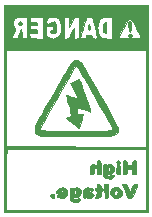
<source format=gbr>
G04 #@! TF.GenerationSoftware,KiCad,Pcbnew,(5.1.4)-1*
G04 #@! TF.CreationDate,2019-10-17T16:47:07-04:00*
G04 #@! TF.ProjectId,SegMan,5365674d-616e-42e6-9b69-6361645f7063,1.0*
G04 #@! TF.SameCoordinates,Original*
G04 #@! TF.FileFunction,Legend,Bot*
G04 #@! TF.FilePolarity,Positive*
%FSLAX46Y46*%
G04 Gerber Fmt 4.6, Leading zero omitted, Abs format (unit mm)*
G04 Created by KiCad (PCBNEW (5.1.4)-1) date 2019-10-17 16:47:07*
%MOMM*%
%LPD*%
G04 APERTURE LIST*
%ADD10C,0.010000*%
G04 APERTURE END LIST*
D10*
G36*
X173901536Y-73499651D02*
G01*
X173764041Y-73553882D01*
X173589869Y-73631203D01*
X173417099Y-73714015D01*
X173283810Y-73784718D01*
X173228079Y-73825711D01*
X173228000Y-73826421D01*
X173253516Y-73892386D01*
X173322859Y-74049062D01*
X173425230Y-74272510D01*
X173541083Y-74520266D01*
X173662431Y-74780705D01*
X173758559Y-74993144D01*
X173819467Y-75135048D01*
X173835566Y-75184000D01*
X173772401Y-75161553D01*
X173621464Y-75102005D01*
X173412236Y-75017043D01*
X173355000Y-74993499D01*
X173136064Y-74904076D01*
X172968293Y-74837171D01*
X172881095Y-74804464D01*
X172875353Y-74803000D01*
X172883870Y-74860688D01*
X172919487Y-75018910D01*
X172976904Y-75255404D01*
X173050823Y-75547905D01*
X173074587Y-75640017D01*
X173154232Y-75952442D01*
X173220728Y-76222989D01*
X173268134Y-76426754D01*
X173290513Y-76538831D01*
X173291500Y-76549568D01*
X173236358Y-76610866D01*
X173100039Y-76670396D01*
X173062865Y-76680925D01*
X172834229Y-76739750D01*
X173377557Y-77198604D01*
X173596104Y-77377409D01*
X173777749Y-77515165D01*
X173902187Y-77597192D01*
X173948419Y-77611354D01*
X173977238Y-77532407D01*
X174029620Y-77363081D01*
X174095735Y-77135527D01*
X174116900Y-77060277D01*
X174186803Y-76813855D01*
X174247126Y-76608414D01*
X174287261Y-76479877D01*
X174293229Y-76463098D01*
X174293603Y-76407394D01*
X174217513Y-76394031D01*
X174072603Y-76411829D01*
X173816594Y-76452767D01*
X173776090Y-76157257D01*
X173756093Y-75979291D01*
X173751352Y-75863306D01*
X173755591Y-75841742D01*
X173819248Y-75854747D01*
X173973939Y-75906076D01*
X174192932Y-75986512D01*
X174337981Y-76042520D01*
X174582234Y-76135300D01*
X174778026Y-76203807D01*
X174898471Y-76238946D01*
X174923166Y-76240500D01*
X174908302Y-76178778D01*
X174857729Y-76018078D01*
X174778606Y-75778969D01*
X174678094Y-75482018D01*
X174563354Y-75147795D01*
X174441545Y-74796866D01*
X174319830Y-74449801D01*
X174205366Y-74127167D01*
X174105316Y-73849533D01*
X174026840Y-73637466D01*
X173977098Y-73511535D01*
X173964277Y-73486110D01*
X173901536Y-73499651D01*
X173901536Y-73499651D01*
G37*
X173901536Y-73499651D02*
X173764041Y-73553882D01*
X173589869Y-73631203D01*
X173417099Y-73714015D01*
X173283810Y-73784718D01*
X173228079Y-73825711D01*
X173228000Y-73826421D01*
X173253516Y-73892386D01*
X173322859Y-74049062D01*
X173425230Y-74272510D01*
X173541083Y-74520266D01*
X173662431Y-74780705D01*
X173758559Y-74993144D01*
X173819467Y-75135048D01*
X173835566Y-75184000D01*
X173772401Y-75161553D01*
X173621464Y-75102005D01*
X173412236Y-75017043D01*
X173355000Y-74993499D01*
X173136064Y-74904076D01*
X172968293Y-74837171D01*
X172881095Y-74804464D01*
X172875353Y-74803000D01*
X172883870Y-74860688D01*
X172919487Y-75018910D01*
X172976904Y-75255404D01*
X173050823Y-75547905D01*
X173074587Y-75640017D01*
X173154232Y-75952442D01*
X173220728Y-76222989D01*
X173268134Y-76426754D01*
X173290513Y-76538831D01*
X173291500Y-76549568D01*
X173236358Y-76610866D01*
X173100039Y-76670396D01*
X173062865Y-76680925D01*
X172834229Y-76739750D01*
X173377557Y-77198604D01*
X173596104Y-77377409D01*
X173777749Y-77515165D01*
X173902187Y-77597192D01*
X173948419Y-77611354D01*
X173977238Y-77532407D01*
X174029620Y-77363081D01*
X174095735Y-77135527D01*
X174116900Y-77060277D01*
X174186803Y-76813855D01*
X174247126Y-76608414D01*
X174287261Y-76479877D01*
X174293229Y-76463098D01*
X174293603Y-76407394D01*
X174217513Y-76394031D01*
X174072603Y-76411829D01*
X173816594Y-76452767D01*
X173776090Y-76157257D01*
X173756093Y-75979291D01*
X173751352Y-75863306D01*
X173755591Y-75841742D01*
X173819248Y-75854747D01*
X173973939Y-75906076D01*
X174192932Y-75986512D01*
X174337981Y-76042520D01*
X174582234Y-76135300D01*
X174778026Y-76203807D01*
X174898471Y-76238946D01*
X174923166Y-76240500D01*
X174908302Y-76178778D01*
X174857729Y-76018078D01*
X174778606Y-75778969D01*
X174678094Y-75482018D01*
X174563354Y-75147795D01*
X174441545Y-74796866D01*
X174319830Y-74449801D01*
X174205366Y-74127167D01*
X174105316Y-73849533D01*
X174026840Y-73637466D01*
X173977098Y-73511535D01*
X173964277Y-73486110D01*
X173901536Y-73499651D01*
G36*
X178128132Y-68611511D02*
G01*
X178115997Y-68699503D01*
X178126858Y-68874474D01*
X178138210Y-68998433D01*
X178173591Y-69271150D01*
X178216750Y-69439078D01*
X178263741Y-69496424D01*
X178310621Y-69437395D01*
X178345357Y-69302699D01*
X178378713Y-69072315D01*
X178397001Y-68847168D01*
X178397411Y-68834053D01*
X178387570Y-68680012D01*
X178330745Y-68610361D01*
X178250662Y-68590185D01*
X178170581Y-68583928D01*
X178128132Y-68611511D01*
X178128132Y-68611511D01*
G37*
X178128132Y-68611511D02*
X178115997Y-68699503D01*
X178126858Y-68874474D01*
X178138210Y-68998433D01*
X178173591Y-69271150D01*
X178216750Y-69439078D01*
X178263741Y-69496424D01*
X178310621Y-69437395D01*
X178345357Y-69302699D01*
X178378713Y-69072315D01*
X178397001Y-68847168D01*
X178397411Y-68834053D01*
X178387570Y-68680012D01*
X178330745Y-68610361D01*
X178250662Y-68590185D01*
X178170581Y-68583928D01*
X178128132Y-68611511D01*
G36*
X178149387Y-69638049D02*
G01*
X178088235Y-69725719D01*
X178085750Y-69754750D01*
X178126402Y-69857311D01*
X178264256Y-69902195D01*
X178265408Y-69902328D01*
X178391903Y-69903012D01*
X178429461Y-69845082D01*
X178424158Y-69775328D01*
X178364635Y-69665729D01*
X178257283Y-69619011D01*
X178149387Y-69638049D01*
X178149387Y-69638049D01*
G37*
X178149387Y-69638049D02*
X178088235Y-69725719D01*
X178085750Y-69754750D01*
X178126402Y-69857311D01*
X178264256Y-69902195D01*
X178265408Y-69902328D01*
X178391903Y-69903012D01*
X178429461Y-69845082D01*
X178424158Y-69775328D01*
X178364635Y-69665729D01*
X178257283Y-69619011D01*
X178149387Y-69638049D01*
G36*
X168853122Y-68638063D02*
G01*
X168794917Y-68729291D01*
X168828009Y-68830304D01*
X168930547Y-68893215D01*
X168971508Y-68897500D01*
X169072372Y-68861283D01*
X169100500Y-68738750D01*
X169064618Y-68610344D01*
X168962012Y-68588025D01*
X168853122Y-68638063D01*
X168853122Y-68638063D01*
G37*
X168853122Y-68638063D02*
X168794917Y-68729291D01*
X168828009Y-68830304D01*
X168930547Y-68893215D01*
X168971508Y-68897500D01*
X169072372Y-68861283D01*
X169100500Y-68738750D01*
X169064618Y-68610344D01*
X168962012Y-68588025D01*
X168853122Y-68638063D01*
G36*
X174755653Y-68863113D02*
G01*
X174752106Y-68897500D01*
X174734540Y-69034919D01*
X174711977Y-69135625D01*
X174706010Y-69247955D01*
X174776344Y-69278500D01*
X174860759Y-69225237D01*
X174878028Y-69135625D01*
X174861346Y-69015896D01*
X174824131Y-68909278D01*
X174783271Y-68847705D01*
X174755653Y-68863113D01*
X174755653Y-68863113D01*
G37*
X174755653Y-68863113D02*
X174752106Y-68897500D01*
X174734540Y-69034919D01*
X174711977Y-69135625D01*
X174706010Y-69247955D01*
X174776344Y-69278500D01*
X174860759Y-69225237D01*
X174878028Y-69135625D01*
X174861346Y-69015896D01*
X174824131Y-68909278D01*
X174783271Y-68847705D01*
X174755653Y-68863113D01*
G36*
X176061571Y-68696106D02*
G01*
X175983947Y-68856798D01*
X175958501Y-69129880D01*
X175958500Y-69130215D01*
X175968995Y-69342716D01*
X176007759Y-69464977D01*
X176081326Y-69530265D01*
X176194521Y-69583045D01*
X176240076Y-69596000D01*
X176257249Y-69537681D01*
X176269952Y-69383417D01*
X176275844Y-69164243D01*
X176276000Y-69119750D01*
X176269181Y-68857228D01*
X176246826Y-68704648D01*
X176206088Y-68645585D01*
X176193450Y-68643500D01*
X176061571Y-68696106D01*
X176061571Y-68696106D01*
G37*
X176061571Y-68696106D02*
X175983947Y-68856798D01*
X175958501Y-69129880D01*
X175958500Y-69130215D01*
X175968995Y-69342716D01*
X176007759Y-69464977D01*
X176081326Y-69530265D01*
X176194521Y-69583045D01*
X176240076Y-69596000D01*
X176257249Y-69537681D01*
X176269952Y-69383417D01*
X176275844Y-69164243D01*
X176276000Y-69119750D01*
X176269181Y-68857228D01*
X176246826Y-68704648D01*
X176206088Y-68645585D01*
X176193450Y-68643500D01*
X176061571Y-68696106D01*
G36*
X173601036Y-71897474D02*
G01*
X173387563Y-71998759D01*
X173347785Y-72034498D01*
X173295095Y-72110286D01*
X173187418Y-72283235D01*
X173032447Y-72540049D01*
X172837873Y-72867432D01*
X172611388Y-73252091D01*
X172360685Y-73680729D01*
X172093455Y-74140052D01*
X171817390Y-74616764D01*
X171540183Y-75097571D01*
X171269525Y-75569177D01*
X171013109Y-76018287D01*
X170778626Y-76431606D01*
X170573768Y-76795838D01*
X170406228Y-77097690D01*
X170283698Y-77323865D01*
X170247394Y-77393313D01*
X170201592Y-77556407D01*
X170191075Y-77756563D01*
X170192203Y-77772270D01*
X170235027Y-77956677D01*
X170349270Y-78093337D01*
X170427516Y-78150582D01*
X170643282Y-78295500D01*
X173697766Y-78293014D01*
X174431381Y-78291768D01*
X175048092Y-78289138D01*
X175557990Y-78284844D01*
X175971167Y-78278609D01*
X176297714Y-78270151D01*
X176547723Y-78259193D01*
X176731284Y-78245455D01*
X176858490Y-78228658D01*
X176939431Y-78208522D01*
X176953626Y-78202932D01*
X177170338Y-78051539D01*
X177278885Y-77834286D01*
X177285972Y-77764728D01*
X176775109Y-77764728D01*
X176772275Y-77769878D01*
X176730177Y-77789715D01*
X176633531Y-77806265D01*
X176473121Y-77819778D01*
X176239733Y-77830502D01*
X175924149Y-77838685D01*
X175517157Y-77844577D01*
X175009539Y-77848425D01*
X174392080Y-77850479D01*
X173765169Y-77851000D01*
X173163472Y-77850188D01*
X172598912Y-77847865D01*
X172084556Y-77844195D01*
X171633477Y-77839344D01*
X171258743Y-77833479D01*
X170973424Y-77826764D01*
X170790591Y-77819365D01*
X170724944Y-77812456D01*
X170637614Y-77745280D01*
X170624500Y-77707579D01*
X170654767Y-77642172D01*
X170740539Y-77479896D01*
X170874275Y-77234129D01*
X171048434Y-76918247D01*
X171255475Y-76545629D01*
X171487856Y-76129651D01*
X171738038Y-75683690D01*
X171998478Y-75221124D01*
X172261636Y-74755330D01*
X172519970Y-74299686D01*
X172765939Y-73867567D01*
X172992003Y-73472352D01*
X173190619Y-73127418D01*
X173354247Y-72846142D01*
X173475347Y-72641902D01*
X173531725Y-72550443D01*
X173693073Y-72298136D01*
X173825662Y-72474314D01*
X173883990Y-72564830D01*
X173998137Y-72753747D01*
X174161110Y-73029085D01*
X174365915Y-73378864D01*
X174605561Y-73791104D01*
X174873055Y-74253826D01*
X175161403Y-74755049D01*
X175398925Y-75169624D01*
X175760834Y-75804795D01*
X176061334Y-76337624D01*
X176304005Y-76774885D01*
X176492423Y-77123350D01*
X176630165Y-77389795D01*
X176720808Y-77580990D01*
X176767930Y-77703710D01*
X176775109Y-77764728D01*
X177285972Y-77764728D01*
X177292000Y-77705577D01*
X177261045Y-77620484D01*
X177173106Y-77438931D01*
X177035577Y-77173932D01*
X176855850Y-76838501D01*
X176641318Y-76445653D01*
X176399372Y-76008401D01*
X176137405Y-75539762D01*
X175862810Y-75052748D01*
X175582979Y-74560375D01*
X175305305Y-74075657D01*
X175037180Y-73611609D01*
X174785996Y-73181244D01*
X174559146Y-72797577D01*
X174364022Y-72473624D01*
X174208018Y-72222398D01*
X174098524Y-72056913D01*
X174047230Y-71993125D01*
X173836760Y-71894659D01*
X173601036Y-71897474D01*
X173601036Y-71897474D01*
G37*
X173601036Y-71897474D02*
X173387563Y-71998759D01*
X173347785Y-72034498D01*
X173295095Y-72110286D01*
X173187418Y-72283235D01*
X173032447Y-72540049D01*
X172837873Y-72867432D01*
X172611388Y-73252091D01*
X172360685Y-73680729D01*
X172093455Y-74140052D01*
X171817390Y-74616764D01*
X171540183Y-75097571D01*
X171269525Y-75569177D01*
X171013109Y-76018287D01*
X170778626Y-76431606D01*
X170573768Y-76795838D01*
X170406228Y-77097690D01*
X170283698Y-77323865D01*
X170247394Y-77393313D01*
X170201592Y-77556407D01*
X170191075Y-77756563D01*
X170192203Y-77772270D01*
X170235027Y-77956677D01*
X170349270Y-78093337D01*
X170427516Y-78150582D01*
X170643282Y-78295500D01*
X173697766Y-78293014D01*
X174431381Y-78291768D01*
X175048092Y-78289138D01*
X175557990Y-78284844D01*
X175971167Y-78278609D01*
X176297714Y-78270151D01*
X176547723Y-78259193D01*
X176731284Y-78245455D01*
X176858490Y-78228658D01*
X176939431Y-78208522D01*
X176953626Y-78202932D01*
X177170338Y-78051539D01*
X177278885Y-77834286D01*
X177285972Y-77764728D01*
X176775109Y-77764728D01*
X176772275Y-77769878D01*
X176730177Y-77789715D01*
X176633531Y-77806265D01*
X176473121Y-77819778D01*
X176239733Y-77830502D01*
X175924149Y-77838685D01*
X175517157Y-77844577D01*
X175009539Y-77848425D01*
X174392080Y-77850479D01*
X173765169Y-77851000D01*
X173163472Y-77850188D01*
X172598912Y-77847865D01*
X172084556Y-77844195D01*
X171633477Y-77839344D01*
X171258743Y-77833479D01*
X170973424Y-77826764D01*
X170790591Y-77819365D01*
X170724944Y-77812456D01*
X170637614Y-77745280D01*
X170624500Y-77707579D01*
X170654767Y-77642172D01*
X170740539Y-77479896D01*
X170874275Y-77234129D01*
X171048434Y-76918247D01*
X171255475Y-76545629D01*
X171487856Y-76129651D01*
X171738038Y-75683690D01*
X171998478Y-75221124D01*
X172261636Y-74755330D01*
X172519970Y-74299686D01*
X172765939Y-73867567D01*
X172992003Y-73472352D01*
X173190619Y-73127418D01*
X173354247Y-72846142D01*
X173475347Y-72641902D01*
X173531725Y-72550443D01*
X173693073Y-72298136D01*
X173825662Y-72474314D01*
X173883990Y-72564830D01*
X173998137Y-72753747D01*
X174161110Y-73029085D01*
X174365915Y-73378864D01*
X174605561Y-73791104D01*
X174873055Y-74253826D01*
X175161403Y-74755049D01*
X175398925Y-75169624D01*
X175760834Y-75804795D01*
X176061334Y-76337624D01*
X176304005Y-76774885D01*
X176492423Y-77123350D01*
X176630165Y-77389795D01*
X176720808Y-77580990D01*
X176767930Y-77703710D01*
X176775109Y-77764728D01*
X177285972Y-77764728D01*
X177292000Y-77705577D01*
X177261045Y-77620484D01*
X177173106Y-77438931D01*
X177035577Y-77173932D01*
X176855850Y-76838501D01*
X176641318Y-76445653D01*
X176399372Y-76008401D01*
X176137405Y-75539762D01*
X175862810Y-75052748D01*
X175582979Y-74560375D01*
X175305305Y-74075657D01*
X175037180Y-73611609D01*
X174785996Y-73181244D01*
X174559146Y-72797577D01*
X174364022Y-72473624D01*
X174208018Y-72222398D01*
X174098524Y-72056913D01*
X174047230Y-71993125D01*
X173836760Y-71894659D01*
X173601036Y-71897474D01*
G36*
X177131836Y-80392700D02*
G01*
X177101500Y-80470375D01*
X177149288Y-80560265D01*
X177260250Y-80581500D01*
X177388665Y-80548049D01*
X177419000Y-80470375D01*
X177371213Y-80380484D01*
X177260250Y-80359250D01*
X177131836Y-80392700D01*
X177131836Y-80392700D01*
G37*
X177131836Y-80392700D02*
X177101500Y-80470375D01*
X177149288Y-80560265D01*
X177260250Y-80581500D01*
X177388665Y-80548049D01*
X177419000Y-80470375D01*
X177371213Y-80380484D01*
X177260250Y-80359250D01*
X177131836Y-80392700D01*
G36*
X175486634Y-80381709D02*
G01*
X175452759Y-80495494D01*
X175450500Y-80565497D01*
X175442247Y-80703943D01*
X175403204Y-80741065D01*
X175327675Y-80710734D01*
X175137927Y-80654618D01*
X174998311Y-80713622D01*
X174911240Y-80885171D01*
X174879128Y-81166690D01*
X174879000Y-81189285D01*
X174883249Y-81387682D01*
X174905595Y-81490401D01*
X174960439Y-81528712D01*
X175037750Y-81534000D01*
X175172628Y-81495588D01*
X175207362Y-81422875D01*
X175225253Y-81268071D01*
X175232362Y-81216500D01*
X175249936Y-81076217D01*
X175253251Y-81041875D01*
X175311116Y-80971269D01*
X175355250Y-80962500D01*
X175418031Y-80999896D01*
X175446628Y-81127052D01*
X175450500Y-81248250D01*
X175456495Y-81424162D01*
X175488458Y-81507468D01*
X175567361Y-81532464D01*
X175625125Y-81533824D01*
X175799750Y-81533649D01*
X175799750Y-81009949D01*
X175793887Y-80704649D01*
X175771803Y-80505939D01*
X175726757Y-80393764D01*
X175652006Y-80348068D01*
X175576250Y-80345053D01*
X175486634Y-80381709D01*
X175486634Y-80381709D01*
G37*
X175486634Y-80381709D02*
X175452759Y-80495494D01*
X175450500Y-80565497D01*
X175442247Y-80703943D01*
X175403204Y-80741065D01*
X175327675Y-80710734D01*
X175137927Y-80654618D01*
X174998311Y-80713622D01*
X174911240Y-80885171D01*
X174879128Y-81166690D01*
X174879000Y-81189285D01*
X174883249Y-81387682D01*
X174905595Y-81490401D01*
X174960439Y-81528712D01*
X175037750Y-81534000D01*
X175172628Y-81495588D01*
X175207362Y-81422875D01*
X175225253Y-81268071D01*
X175232362Y-81216500D01*
X175249936Y-81076217D01*
X175253251Y-81041875D01*
X175311116Y-80971269D01*
X175355250Y-80962500D01*
X175418031Y-80999896D01*
X175446628Y-81127052D01*
X175450500Y-81248250D01*
X175456495Y-81424162D01*
X175488458Y-81507468D01*
X175567361Y-81532464D01*
X175625125Y-81533824D01*
X175799750Y-81533649D01*
X175799750Y-81009949D01*
X175793887Y-80704649D01*
X175771803Y-80505939D01*
X175726757Y-80393764D01*
X175652006Y-80348068D01*
X175576250Y-80345053D01*
X175486634Y-80381709D01*
G36*
X177191738Y-80690624D02*
G01*
X177150724Y-80750507D01*
X177127894Y-80883787D01*
X177114474Y-81105375D01*
X177106623Y-81332246D01*
X177114478Y-81460432D01*
X177147618Y-81518100D01*
X177215624Y-81533418D01*
X177260250Y-81534000D01*
X177347110Y-81528563D01*
X177394785Y-81493477D01*
X177412854Y-81400572D01*
X177410899Y-81221683D01*
X177406027Y-81105375D01*
X177391876Y-80876195D01*
X177368458Y-80746626D01*
X177326455Y-80689280D01*
X177260250Y-80676750D01*
X177191738Y-80690624D01*
X177191738Y-80690624D01*
G37*
X177191738Y-80690624D02*
X177150724Y-80750507D01*
X177127894Y-80883787D01*
X177114474Y-81105375D01*
X177106623Y-81332246D01*
X177114478Y-81460432D01*
X177147618Y-81518100D01*
X177215624Y-81533418D01*
X177260250Y-81534000D01*
X177347110Y-81528563D01*
X177394785Y-81493477D01*
X177412854Y-81400572D01*
X177410899Y-81221683D01*
X177406027Y-81105375D01*
X177391876Y-80876195D01*
X177368458Y-80746626D01*
X177326455Y-80689280D01*
X177260250Y-80676750D01*
X177191738Y-80690624D01*
G36*
X177721063Y-80361777D02*
G01*
X177676427Y-80413205D01*
X177649603Y-80538787D01*
X177637866Y-80758154D01*
X177637087Y-80967298D01*
X177641250Y-81538998D01*
X177831750Y-81520624D01*
X177961412Y-81494752D01*
X178006134Y-81423803D01*
X178001590Y-81295875D01*
X177996797Y-81159540D01*
X178043029Y-81102136D01*
X178174992Y-81089615D01*
X178211956Y-81089500D01*
X178368519Y-81102839D01*
X178428927Y-81152621D01*
X178431680Y-81200625D01*
X178426193Y-81399958D01*
X178469322Y-81502752D01*
X178572359Y-81533863D01*
X178583167Y-81534000D01*
X178716524Y-81517585D01*
X178773667Y-81491666D01*
X178800495Y-81401370D01*
X178814185Y-81224187D01*
X178815787Y-80999435D01*
X178806350Y-80766432D01*
X178786923Y-80564496D01*
X178758556Y-80432946D01*
X178744763Y-80408662D01*
X178626724Y-80360255D01*
X178505339Y-80403146D01*
X178418825Y-80508628D01*
X178405403Y-80647993D01*
X178408979Y-80660875D01*
X178410115Y-80736333D01*
X178331012Y-80767593D01*
X178222621Y-80772000D01*
X178075097Y-80761713D01*
X178019418Y-80712554D01*
X178019363Y-80610946D01*
X177985942Y-80457569D01*
X177874908Y-80362623D01*
X177726541Y-80359756D01*
X177721063Y-80361777D01*
X177721063Y-80361777D01*
G37*
X177721063Y-80361777D02*
X177676427Y-80413205D01*
X177649603Y-80538787D01*
X177637866Y-80758154D01*
X177637087Y-80967298D01*
X177641250Y-81538998D01*
X177831750Y-81520624D01*
X177961412Y-81494752D01*
X178006134Y-81423803D01*
X178001590Y-81295875D01*
X177996797Y-81159540D01*
X178043029Y-81102136D01*
X178174992Y-81089615D01*
X178211956Y-81089500D01*
X178368519Y-81102839D01*
X178428927Y-81152621D01*
X178431680Y-81200625D01*
X178426193Y-81399958D01*
X178469322Y-81502752D01*
X178572359Y-81533863D01*
X178583167Y-81534000D01*
X178716524Y-81517585D01*
X178773667Y-81491666D01*
X178800495Y-81401370D01*
X178814185Y-81224187D01*
X178815787Y-80999435D01*
X178806350Y-80766432D01*
X178786923Y-80564496D01*
X178758556Y-80432946D01*
X178744763Y-80408662D01*
X178626724Y-80360255D01*
X178505339Y-80403146D01*
X178418825Y-80508628D01*
X178405403Y-80647993D01*
X178408979Y-80660875D01*
X178410115Y-80736333D01*
X178331012Y-80767593D01*
X178222621Y-80772000D01*
X178075097Y-80761713D01*
X178019418Y-80712554D01*
X178019363Y-80610946D01*
X177985942Y-80457569D01*
X177874908Y-80362623D01*
X177726541Y-80359756D01*
X177721063Y-80361777D01*
G36*
X176464099Y-80684469D02*
G01*
X176432149Y-80698131D01*
X176319182Y-80733557D01*
X176276000Y-80717750D01*
X176222511Y-80681502D01*
X176133125Y-80676573D01*
X176059512Y-80691665D01*
X176014901Y-80741929D01*
X175990168Y-80854658D01*
X175976189Y-81057143D01*
X175971982Y-81158550D01*
X175973844Y-81483429D01*
X176009554Y-81689151D01*
X176037710Y-81745051D01*
X176156855Y-81825067D01*
X176347008Y-81879745D01*
X176553075Y-81898849D01*
X176719966Y-81872141D01*
X176720500Y-81871920D01*
X176861852Y-81759913D01*
X176910028Y-81620062D01*
X176867794Y-81578833D01*
X176729015Y-81590549D01*
X176672875Y-81602672D01*
X176480937Y-81644566D01*
X176381765Y-81652314D01*
X176344812Y-81622142D01*
X176339500Y-81561470D01*
X176374560Y-81492527D01*
X176469610Y-81503236D01*
X176629589Y-81499013D01*
X176755360Y-81442552D01*
X176880243Y-81293366D01*
X176922520Y-81095178D01*
X176911782Y-81041403D01*
X176581391Y-81041403D01*
X176573557Y-81175584D01*
X176568511Y-81190030D01*
X176501043Y-81265473D01*
X176424202Y-81241615D01*
X176375066Y-81137353D01*
X176371250Y-81089500D01*
X176401172Y-80963825D01*
X176450592Y-80914886D01*
X176533647Y-80938739D01*
X176581391Y-81041403D01*
X176911782Y-81041403D01*
X176882569Y-80895120D01*
X176760770Y-80740327D01*
X176749649Y-80732706D01*
X176602044Y-80664107D01*
X176464099Y-80684469D01*
X176464099Y-80684469D01*
G37*
X176464099Y-80684469D02*
X176432149Y-80698131D01*
X176319182Y-80733557D01*
X176276000Y-80717750D01*
X176222511Y-80681502D01*
X176133125Y-80676573D01*
X176059512Y-80691665D01*
X176014901Y-80741929D01*
X175990168Y-80854658D01*
X175976189Y-81057143D01*
X175971982Y-81158550D01*
X175973844Y-81483429D01*
X176009554Y-81689151D01*
X176037710Y-81745051D01*
X176156855Y-81825067D01*
X176347008Y-81879745D01*
X176553075Y-81898849D01*
X176719966Y-81872141D01*
X176720500Y-81871920D01*
X176861852Y-81759913D01*
X176910028Y-81620062D01*
X176867794Y-81578833D01*
X176729015Y-81590549D01*
X176672875Y-81602672D01*
X176480937Y-81644566D01*
X176381765Y-81652314D01*
X176344812Y-81622142D01*
X176339500Y-81561470D01*
X176374560Y-81492527D01*
X176469610Y-81503236D01*
X176629589Y-81499013D01*
X176755360Y-81442552D01*
X176880243Y-81293366D01*
X176922520Y-81095178D01*
X176911782Y-81041403D01*
X176581391Y-81041403D01*
X176573557Y-81175584D01*
X176568511Y-81190030D01*
X176501043Y-81265473D01*
X176424202Y-81241615D01*
X176375066Y-81137353D01*
X176371250Y-81089500D01*
X176401172Y-80963825D01*
X176450592Y-80914886D01*
X176533647Y-80938739D01*
X176581391Y-81041403D01*
X176911782Y-81041403D01*
X176882569Y-80895120D01*
X176760770Y-80740327D01*
X176749649Y-80732706D01*
X176602044Y-80664107D01*
X176464099Y-80684469D01*
G36*
X171559503Y-83200090D02*
G01*
X171520193Y-83269833D01*
X171525158Y-83353941D01*
X171585981Y-83492811D01*
X171700555Y-83546527D01*
X171806615Y-83511507D01*
X171853514Y-83421628D01*
X171867792Y-83327875D01*
X171847327Y-83224007D01*
X171751906Y-83187261D01*
X171688950Y-83185000D01*
X171559503Y-83200090D01*
X171559503Y-83200090D01*
G37*
X171559503Y-83200090D02*
X171520193Y-83269833D01*
X171525158Y-83353941D01*
X171585981Y-83492811D01*
X171700555Y-83546527D01*
X171806615Y-83511507D01*
X171853514Y-83421628D01*
X171867792Y-83327875D01*
X171847327Y-83224007D01*
X171751906Y-83187261D01*
X171688950Y-83185000D01*
X171559503Y-83200090D01*
G36*
X172349644Y-82656267D02*
G01*
X172158485Y-82758460D01*
X172040686Y-82928106D01*
X172033160Y-82953007D01*
X171980867Y-83153250D01*
X172334559Y-83185000D01*
X172528016Y-83211304D01*
X172615671Y-83244172D01*
X172607326Y-83269080D01*
X172488653Y-83295920D01*
X172353326Y-83285067D01*
X172186239Y-83273773D01*
X172081957Y-83310080D01*
X172064919Y-83379365D01*
X172108079Y-83431803D01*
X172252772Y-83498901D01*
X172455398Y-83538812D01*
X172648011Y-83541203D01*
X172720000Y-83524843D01*
X172883569Y-83397451D01*
X172966363Y-83185075D01*
X172974000Y-83082148D01*
X172944414Y-82931000D01*
X172624750Y-82931000D01*
X172601975Y-82977813D01*
X172497750Y-82994500D01*
X172387398Y-82974749D01*
X172370750Y-82931000D01*
X172462893Y-82871929D01*
X172497750Y-82867500D01*
X172604264Y-82907758D01*
X172624750Y-82931000D01*
X172944414Y-82931000D01*
X172938675Y-82901682D01*
X172851382Y-82749685D01*
X172740148Y-82673509D01*
X172731340Y-82672141D01*
X172638094Y-82657298D01*
X172572451Y-82645324D01*
X172349644Y-82656267D01*
X172349644Y-82656267D01*
G37*
X172349644Y-82656267D02*
X172158485Y-82758460D01*
X172040686Y-82928106D01*
X172033160Y-82953007D01*
X171980867Y-83153250D01*
X172334559Y-83185000D01*
X172528016Y-83211304D01*
X172615671Y-83244172D01*
X172607326Y-83269080D01*
X172488653Y-83295920D01*
X172353326Y-83285067D01*
X172186239Y-83273773D01*
X172081957Y-83310080D01*
X172064919Y-83379365D01*
X172108079Y-83431803D01*
X172252772Y-83498901D01*
X172455398Y-83538812D01*
X172648011Y-83541203D01*
X172720000Y-83524843D01*
X172883569Y-83397451D01*
X172966363Y-83185075D01*
X172974000Y-83082148D01*
X172944414Y-82931000D01*
X172624750Y-82931000D01*
X172601975Y-82977813D01*
X172497750Y-82994500D01*
X172387398Y-82974749D01*
X172370750Y-82931000D01*
X172462893Y-82871929D01*
X172497750Y-82867500D01*
X172604264Y-82907758D01*
X172624750Y-82931000D01*
X172944414Y-82931000D01*
X172938675Y-82901682D01*
X172851382Y-82749685D01*
X172740148Y-82673509D01*
X172731340Y-82672141D01*
X172638094Y-82657298D01*
X172572451Y-82645324D01*
X172349644Y-82656267D01*
G36*
X174490159Y-82663982D02*
G01*
X174339452Y-82746298D01*
X174266327Y-82916371D01*
X174256877Y-83174826D01*
X174272659Y-83378826D01*
X174300397Y-83483806D01*
X174352083Y-83517746D01*
X174402750Y-83515185D01*
X174567730Y-83498353D01*
X174714758Y-83511773D01*
X174815500Y-83532167D01*
X174981607Y-83533968D01*
X175085375Y-83499815D01*
X175172811Y-83388136D01*
X175194262Y-83289890D01*
X174815500Y-83289890D01*
X174791535Y-83346774D01*
X174700331Y-83318230D01*
X174688500Y-83312000D01*
X174588161Y-83236791D01*
X174561500Y-83188710D01*
X174612128Y-83157824D01*
X174688500Y-83166600D01*
X174791713Y-83231340D01*
X174815500Y-83289890D01*
X175194262Y-83289890D01*
X175196500Y-83279643D01*
X175173692Y-83174668D01*
X175084168Y-83104226D01*
X174926625Y-83049844D01*
X174715201Y-82980247D01*
X174607160Y-82925166D01*
X174607261Y-82892023D01*
X174720260Y-82888241D01*
X174831375Y-82901236D01*
X175015234Y-82921687D01*
X175105492Y-82908455D01*
X175132510Y-82855474D01*
X175133000Y-82840967D01*
X175107619Y-82751996D01*
X175014791Y-82696857D01*
X174829485Y-82663957D01*
X174731595Y-82655029D01*
X174490159Y-82663982D01*
X174490159Y-82663982D01*
G37*
X174490159Y-82663982D02*
X174339452Y-82746298D01*
X174266327Y-82916371D01*
X174256877Y-83174826D01*
X174272659Y-83378826D01*
X174300397Y-83483806D01*
X174352083Y-83517746D01*
X174402750Y-83515185D01*
X174567730Y-83498353D01*
X174714758Y-83511773D01*
X174815500Y-83532167D01*
X174981607Y-83533968D01*
X175085375Y-83499815D01*
X175172811Y-83388136D01*
X175194262Y-83289890D01*
X174815500Y-83289890D01*
X174791535Y-83346774D01*
X174700331Y-83318230D01*
X174688500Y-83312000D01*
X174588161Y-83236791D01*
X174561500Y-83188710D01*
X174612128Y-83157824D01*
X174688500Y-83166600D01*
X174791713Y-83231340D01*
X174815500Y-83289890D01*
X175194262Y-83289890D01*
X175196500Y-83279643D01*
X175173692Y-83174668D01*
X175084168Y-83104226D01*
X174926625Y-83049844D01*
X174715201Y-82980247D01*
X174607160Y-82925166D01*
X174607261Y-82892023D01*
X174720260Y-82888241D01*
X174831375Y-82901236D01*
X175015234Y-82921687D01*
X175105492Y-82908455D01*
X175132510Y-82855474D01*
X175133000Y-82840967D01*
X175107619Y-82751996D01*
X175014791Y-82696857D01*
X174829485Y-82663957D01*
X174731595Y-82655029D01*
X174490159Y-82663982D01*
G36*
X175457894Y-82406289D02*
G01*
X175458020Y-82407125D01*
X175454935Y-82573892D01*
X175393592Y-82667559D01*
X175355250Y-82677000D01*
X175273395Y-82716467D01*
X175268231Y-82802521D01*
X175332285Y-82886637D01*
X175391716Y-82913834D01*
X175485251Y-82967341D01*
X175489770Y-83080504D01*
X175483831Y-83106060D01*
X175416448Y-83266856D01*
X175351532Y-83356540D01*
X175291387Y-83456056D01*
X175294914Y-83507619D01*
X175391698Y-83559958D01*
X175541886Y-83555811D01*
X175688008Y-83500625D01*
X175731715Y-83466214D01*
X175800973Y-83335609D01*
X175831434Y-83156726D01*
X175831500Y-83148714D01*
X175847758Y-83003625D01*
X175887630Y-82932468D01*
X175895000Y-82931000D01*
X175946593Y-82877815D01*
X175958500Y-82804000D01*
X175931908Y-82700814D01*
X175895000Y-82677000D01*
X175834793Y-82627579D01*
X175831500Y-82604625D01*
X175785820Y-82511550D01*
X175720375Y-82447894D01*
X175596039Y-82379653D01*
X175494255Y-82363564D01*
X175457894Y-82406289D01*
X175457894Y-82406289D01*
G37*
X175457894Y-82406289D02*
X175458020Y-82407125D01*
X175454935Y-82573892D01*
X175393592Y-82667559D01*
X175355250Y-82677000D01*
X175273395Y-82716467D01*
X175268231Y-82802521D01*
X175332285Y-82886637D01*
X175391716Y-82913834D01*
X175485251Y-82967341D01*
X175489770Y-83080504D01*
X175483831Y-83106060D01*
X175416448Y-83266856D01*
X175351532Y-83356540D01*
X175291387Y-83456056D01*
X175294914Y-83507619D01*
X175391698Y-83559958D01*
X175541886Y-83555811D01*
X175688008Y-83500625D01*
X175731715Y-83466214D01*
X175800973Y-83335609D01*
X175831434Y-83156726D01*
X175831500Y-83148714D01*
X175847758Y-83003625D01*
X175887630Y-82932468D01*
X175895000Y-82931000D01*
X175946593Y-82877815D01*
X175958500Y-82804000D01*
X175931908Y-82700814D01*
X175895000Y-82677000D01*
X175834793Y-82627579D01*
X175831500Y-82604625D01*
X175785820Y-82511550D01*
X175720375Y-82447894D01*
X175596039Y-82379653D01*
X175494255Y-82363564D01*
X175457894Y-82406289D01*
G36*
X176098993Y-82946149D02*
G01*
X176112069Y-83233310D01*
X176132497Y-83415294D01*
X176164471Y-83513885D01*
X176212186Y-83550867D01*
X176215597Y-83551594D01*
X176328501Y-83543631D01*
X176358472Y-83525861D01*
X176378408Y-83446191D01*
X176393732Y-83271243D01*
X176402112Y-83032722D01*
X176403000Y-82920416D01*
X176401730Y-82652914D01*
X176393193Y-82487743D01*
X176370304Y-82400232D01*
X176325975Y-82365711D01*
X176253120Y-82359512D01*
X176241868Y-82359500D01*
X176080735Y-82359500D01*
X176098993Y-82946149D01*
X176098993Y-82946149D01*
G37*
X176098993Y-82946149D02*
X176112069Y-83233310D01*
X176132497Y-83415294D01*
X176164471Y-83513885D01*
X176212186Y-83550867D01*
X176215597Y-83551594D01*
X176328501Y-83543631D01*
X176358472Y-83525861D01*
X176378408Y-83446191D01*
X176393732Y-83271243D01*
X176402112Y-83032722D01*
X176403000Y-82920416D01*
X176401730Y-82652914D01*
X176393193Y-82487743D01*
X176370304Y-82400232D01*
X176325975Y-82365711D01*
X176253120Y-82359512D01*
X176241868Y-82359500D01*
X176080735Y-82359500D01*
X176098993Y-82946149D01*
G36*
X177025174Y-82653832D02*
G01*
X176786076Y-82730232D01*
X176638755Y-82886677D01*
X176593500Y-83089750D01*
X176648214Y-83303247D01*
X176793742Y-83455717D01*
X177002169Y-83531205D01*
X177245577Y-83513758D01*
X177302934Y-83495162D01*
X177475328Y-83378909D01*
X177555663Y-83214923D01*
X177553917Y-83074723D01*
X177225179Y-83074723D01*
X177206483Y-83207152D01*
X177133791Y-83297743D01*
X177076023Y-83312000D01*
X176982043Y-83259370D01*
X176945590Y-83193945D01*
X176932938Y-83035609D01*
X176986594Y-82917272D01*
X177087216Y-82880030D01*
X177092886Y-82880986D01*
X177187954Y-82949614D01*
X177225179Y-83074723D01*
X177553917Y-83074723D01*
X177553382Y-83031808D01*
X177477928Y-82858162D01*
X177338741Y-82722588D01*
X177145266Y-82653684D01*
X177025174Y-82653832D01*
X177025174Y-82653832D01*
G37*
X177025174Y-82653832D02*
X176786076Y-82730232D01*
X176638755Y-82886677D01*
X176593500Y-83089750D01*
X176648214Y-83303247D01*
X176793742Y-83455717D01*
X177002169Y-83531205D01*
X177245577Y-83513758D01*
X177302934Y-83495162D01*
X177475328Y-83378909D01*
X177555663Y-83214923D01*
X177553917Y-83074723D01*
X177225179Y-83074723D01*
X177206483Y-83207152D01*
X177133791Y-83297743D01*
X177076023Y-83312000D01*
X176982043Y-83259370D01*
X176945590Y-83193945D01*
X176932938Y-83035609D01*
X176986594Y-82917272D01*
X177087216Y-82880030D01*
X177092886Y-82880986D01*
X177187954Y-82949614D01*
X177225179Y-83074723D01*
X177553917Y-83074723D01*
X177553382Y-83031808D01*
X177477928Y-82858162D01*
X177338741Y-82722588D01*
X177145266Y-82653684D01*
X177025174Y-82653832D01*
G36*
X177609500Y-82330344D02*
G01*
X177630366Y-82393799D01*
X177686196Y-82548116D01*
X177766836Y-82765443D01*
X177809107Y-82877949D01*
X177933396Y-83194788D01*
X178028334Y-83404331D01*
X178101528Y-83520785D01*
X178160585Y-83558359D01*
X178172901Y-83557352D01*
X178261818Y-83539078D01*
X178342558Y-83522898D01*
X178423339Y-83473969D01*
X178509041Y-83347773D01*
X178610261Y-83126380D01*
X178675933Y-82958736D01*
X178766057Y-82715071D01*
X178835740Y-82516536D01*
X178874713Y-82392876D01*
X178879500Y-82369188D01*
X178825265Y-82341382D01*
X178694355Y-82345182D01*
X178690021Y-82345805D01*
X178575234Y-82377222D01*
X178497477Y-82451354D01*
X178430774Y-82600525D01*
X178392674Y-82715807D01*
X178328151Y-82901632D01*
X178273608Y-83025908D01*
X178247956Y-83058000D01*
X178211730Y-83002462D01*
X178157539Y-82859484D01*
X178116678Y-82727162D01*
X178052301Y-82530765D01*
X177984589Y-82423749D01*
X177885206Y-82370981D01*
X177815875Y-82354182D01*
X177676631Y-82330572D01*
X177610386Y-82328829D01*
X177609500Y-82330344D01*
X177609500Y-82330344D01*
G37*
X177609500Y-82330344D02*
X177630366Y-82393799D01*
X177686196Y-82548116D01*
X177766836Y-82765443D01*
X177809107Y-82877949D01*
X177933396Y-83194788D01*
X178028334Y-83404331D01*
X178101528Y-83520785D01*
X178160585Y-83558359D01*
X178172901Y-83557352D01*
X178261818Y-83539078D01*
X178342558Y-83522898D01*
X178423339Y-83473969D01*
X178509041Y-83347773D01*
X178610261Y-83126380D01*
X178675933Y-82958736D01*
X178766057Y-82715071D01*
X178835740Y-82516536D01*
X178874713Y-82392876D01*
X178879500Y-82369188D01*
X178825265Y-82341382D01*
X178694355Y-82345182D01*
X178690021Y-82345805D01*
X178575234Y-82377222D01*
X178497477Y-82451354D01*
X178430774Y-82600525D01*
X178392674Y-82715807D01*
X178328151Y-82901632D01*
X178273608Y-83025908D01*
X178247956Y-83058000D01*
X178211730Y-83002462D01*
X178157539Y-82859484D01*
X178116678Y-82727162D01*
X178052301Y-82530765D01*
X177984589Y-82423749D01*
X177885206Y-82370981D01*
X177815875Y-82354182D01*
X177676631Y-82330572D01*
X177610386Y-82328829D01*
X177609500Y-82330344D01*
G36*
X173653703Y-82656867D02*
G01*
X173544218Y-82683739D01*
X173378820Y-82687438D01*
X173373282Y-82687082D01*
X173164500Y-82673021D01*
X173164500Y-83179410D01*
X173168249Y-83438341D01*
X173184384Y-83601814D01*
X173220236Y-83701270D01*
X173283136Y-83768152D01*
X173305630Y-83784649D01*
X173509442Y-83864591D01*
X173748217Y-83873841D01*
X173942375Y-83814913D01*
X174034802Y-83716737D01*
X174053500Y-83650884D01*
X174031597Y-83592045D01*
X173945970Y-83575245D01*
X173767750Y-83594430D01*
X173589811Y-83613869D01*
X173504793Y-83597489D01*
X173482054Y-83538795D01*
X173482000Y-83533861D01*
X173516112Y-83461353D01*
X173609000Y-83470750D01*
X173805224Y-83477530D01*
X173966142Y-83383752D01*
X174070360Y-83215094D01*
X174084383Y-83098153D01*
X173736000Y-83098153D01*
X173711669Y-83216756D01*
X173627496Y-83236908D01*
X173625605Y-83236551D01*
X173521879Y-83163508D01*
X173492357Y-83096629D01*
X173512990Y-82978881D01*
X173593674Y-82902673D01*
X173685344Y-82907187D01*
X173723983Y-82987766D01*
X173736000Y-83098153D01*
X174084383Y-83098153D01*
X174096486Y-82997233D01*
X174080864Y-82904381D01*
X173998678Y-82762344D01*
X173861030Y-82663900D01*
X173714740Y-82636177D01*
X173653703Y-82656867D01*
X173653703Y-82656867D01*
G37*
X173653703Y-82656867D02*
X173544218Y-82683739D01*
X173378820Y-82687438D01*
X173373282Y-82687082D01*
X173164500Y-82673021D01*
X173164500Y-83179410D01*
X173168249Y-83438341D01*
X173184384Y-83601814D01*
X173220236Y-83701270D01*
X173283136Y-83768152D01*
X173305630Y-83784649D01*
X173509442Y-83864591D01*
X173748217Y-83873841D01*
X173942375Y-83814913D01*
X174034802Y-83716737D01*
X174053500Y-83650884D01*
X174031597Y-83592045D01*
X173945970Y-83575245D01*
X173767750Y-83594430D01*
X173589811Y-83613869D01*
X173504793Y-83597489D01*
X173482054Y-83538795D01*
X173482000Y-83533861D01*
X173516112Y-83461353D01*
X173609000Y-83470750D01*
X173805224Y-83477530D01*
X173966142Y-83383752D01*
X174070360Y-83215094D01*
X174084383Y-83098153D01*
X173736000Y-83098153D01*
X173711669Y-83216756D01*
X173627496Y-83236908D01*
X173625605Y-83236551D01*
X173521879Y-83163508D01*
X173492357Y-83096629D01*
X173512990Y-82978881D01*
X173593674Y-82902673D01*
X173685344Y-82907187D01*
X173723983Y-82987766D01*
X173736000Y-83098153D01*
X174084383Y-83098153D01*
X174096486Y-82997233D01*
X174080864Y-82904381D01*
X173998678Y-82762344D01*
X173861030Y-82663900D01*
X173714740Y-82636177D01*
X173653703Y-82656867D01*
G36*
X167576500Y-84709000D02*
G01*
X179832000Y-84709000D01*
X179832000Y-79385908D01*
X179641500Y-79385908D01*
X179641500Y-84518500D01*
X167789795Y-84518500D01*
X167789795Y-81979161D01*
X167790233Y-81338976D01*
X167791840Y-80814374D01*
X167795062Y-80393938D01*
X167800339Y-80066254D01*
X167808117Y-79819905D01*
X167818838Y-79643476D01*
X167832945Y-79525551D01*
X167850882Y-79454715D01*
X167873092Y-79419553D01*
X167889523Y-79410564D01*
X167966323Y-79406322D01*
X168161044Y-79402313D01*
X168464607Y-79398579D01*
X168867932Y-79395162D01*
X169361941Y-79392102D01*
X169937554Y-79389442D01*
X170585692Y-79387222D01*
X171297277Y-79385484D01*
X172063229Y-79384269D01*
X172874469Y-79383619D01*
X173721917Y-79383574D01*
X173815375Y-79383607D01*
X179641500Y-79385908D01*
X179832000Y-79385908D01*
X179832000Y-79185154D01*
X179641500Y-79185154D01*
X167798750Y-79152750D01*
X167798750Y-71024750D01*
X173720125Y-71008547D01*
X179641500Y-70992345D01*
X179641500Y-79185154D01*
X179832000Y-79185154D01*
X179832000Y-69929375D01*
X179242812Y-69929375D01*
X179191827Y-69945624D01*
X179034674Y-69959490D01*
X178792176Y-69969943D01*
X178485159Y-69975954D01*
X178279998Y-69977000D01*
X177942009Y-69974569D01*
X177653793Y-69967862D01*
X177436901Y-69957751D01*
X177312883Y-69945112D01*
X177292000Y-69936920D01*
X177321741Y-69864705D01*
X177401982Y-69709451D01*
X177519257Y-69494619D01*
X177660095Y-69243668D01*
X177811030Y-68980059D01*
X177958592Y-68727251D01*
X178089314Y-68508706D01*
X178189725Y-68347882D01*
X178246359Y-68268240D01*
X178252612Y-68263680D01*
X178292792Y-68314857D01*
X178382718Y-68454335D01*
X178509281Y-68660058D01*
X178659370Y-68909974D01*
X178819875Y-69182028D01*
X178977685Y-69454167D01*
X179119689Y-69704336D01*
X179232779Y-69910481D01*
X179242812Y-69929375D01*
X179832000Y-69929375D01*
X179832000Y-68199000D01*
X176720500Y-68199000D01*
X176720500Y-70040500D01*
X176412476Y-70040500D01*
X176181298Y-70026010D01*
X175968483Y-69989646D01*
X175909614Y-69972579D01*
X175892826Y-69961125D01*
X175512196Y-69961125D01*
X175456008Y-70018384D01*
X175301760Y-70040481D01*
X175296167Y-70040500D01*
X175141903Y-70024274D01*
X175073210Y-69959990D01*
X175058042Y-69897625D01*
X175016533Y-69796741D01*
X174905742Y-69748127D01*
X174804506Y-69735332D01*
X174647193Y-69733402D01*
X174574798Y-69776268D01*
X174550506Y-69862332D01*
X174511913Y-69963100D01*
X174409286Y-70012598D01*
X174286024Y-70028792D01*
X174129916Y-70033721D01*
X174070229Y-70004584D01*
X174076531Y-69933542D01*
X174107502Y-69824484D01*
X174162611Y-69626117D01*
X174232655Y-69371674D01*
X174275540Y-69215000D01*
X174378134Y-68839250D01*
X174454748Y-68568796D01*
X174514268Y-68386815D01*
X174565581Y-68276483D01*
X174617575Y-68220976D01*
X174679137Y-68203471D01*
X174759155Y-68207144D01*
X174805696Y-68211403D01*
X175037750Y-68230750D01*
X175274071Y-69056250D01*
X175361327Y-69366221D01*
X175434323Y-69635381D01*
X175486452Y-69838621D01*
X175511106Y-69950833D01*
X175512196Y-69961125D01*
X175892826Y-69961125D01*
X175714243Y-69839285D01*
X175582735Y-69602974D01*
X175519344Y-69272770D01*
X175514000Y-69123988D01*
X175543510Y-68787290D01*
X175625861Y-68510585D01*
X175751790Y-68319637D01*
X175821950Y-68267611D01*
X175953581Y-68230379D01*
X176160538Y-68205462D01*
X176335326Y-68199000D01*
X173990000Y-68199000D01*
X173990000Y-69077416D01*
X173987094Y-69399382D01*
X173979120Y-69674662D01*
X173967199Y-69878907D01*
X173952450Y-69987772D01*
X173947667Y-69998166D01*
X173858849Y-70029185D01*
X173725417Y-70040500D01*
X173545500Y-70040500D01*
X173537952Y-69119750D01*
X173305602Y-69580125D01*
X173186475Y-69808886D01*
X173099236Y-69946012D01*
X173021633Y-70014749D01*
X172931411Y-70038341D01*
X172864877Y-70040500D01*
X172656500Y-70040500D01*
X172656500Y-69127037D01*
X172466000Y-69127037D01*
X172424212Y-69491244D01*
X172303005Y-69769689D01*
X172108622Y-69954194D01*
X171847303Y-70036579D01*
X171769246Y-70040262D01*
X171557953Y-70005309D01*
X171350066Y-69920830D01*
X171338875Y-69914195D01*
X171227526Y-69838910D01*
X171165733Y-69759600D01*
X171138942Y-69638214D01*
X171132598Y-69436702D01*
X171132500Y-69374683D01*
X171132500Y-68961000D01*
X171450000Y-68961000D01*
X171637953Y-68965161D01*
X171731678Y-68990752D01*
X171763935Y-69057426D01*
X171767500Y-69151500D01*
X171748138Y-69290200D01*
X171674465Y-69339552D01*
X171635844Y-69342000D01*
X171538661Y-69378121D01*
X171525158Y-69458737D01*
X171585669Y-69542228D01*
X171692269Y-69584999D01*
X171861706Y-69571844D01*
X171967031Y-69467032D01*
X172015873Y-69259705D01*
X172021500Y-69116510D01*
X171996227Y-68861573D01*
X171928552Y-68682511D01*
X171830699Y-68593478D01*
X171714887Y-68608628D01*
X171640500Y-68675250D01*
X171516067Y-68758005D01*
X171369676Y-68771524D01*
X171240340Y-68726799D01*
X171167070Y-68634823D01*
X171171752Y-68543173D01*
X171271787Y-68350830D01*
X171420347Y-68243026D01*
X171648101Y-68201367D01*
X171745592Y-68199000D01*
X170878500Y-68199000D01*
X170878500Y-70045444D01*
X169767250Y-70008750D01*
X169727454Y-69596000D01*
X170080727Y-69596000D01*
X170282276Y-69591867D01*
X170387746Y-69570427D01*
X170428002Y-69518112D01*
X170434000Y-69440729D01*
X170420850Y-69345628D01*
X170359424Y-69295839D01*
X170216761Y-69272279D01*
X170132375Y-69266104D01*
X169948378Y-69247368D01*
X169855653Y-69207797D01*
X169818475Y-69125851D01*
X169810658Y-69072125D01*
X169805940Y-68969294D01*
X169842979Y-68917659D01*
X169952201Y-68899603D01*
X170112283Y-68897500D01*
X170304260Y-68890991D01*
X170400609Y-68863291D01*
X170432386Y-68802141D01*
X170434000Y-68770500D01*
X170416679Y-68693312D01*
X170343662Y-68655445D01*
X170183367Y-68643832D01*
X170127084Y-68643500D01*
X169941711Y-68637538D01*
X169816024Y-68622382D01*
X169788779Y-68612111D01*
X169774834Y-68533566D01*
X169785402Y-68389861D01*
X169813415Y-68199000D01*
X169545000Y-68199000D01*
X169545000Y-70048546D01*
X169338625Y-70028648D01*
X169223941Y-70011677D01*
X169158845Y-69967963D01*
X169124488Y-69866140D01*
X169102023Y-69674841D01*
X169097721Y-69627750D01*
X169063192Y-69246750D01*
X168947299Y-69500750D01*
X168861157Y-69694983D01*
X168790218Y-69863982D01*
X168777025Y-69897625D01*
X168704747Y-70000228D01*
X168567648Y-70038335D01*
X168498822Y-70040500D01*
X168354565Y-70024203D01*
X168286447Y-69963400D01*
X168292311Y-69840226D01*
X168369997Y-69636812D01*
X168433757Y-69502166D01*
X168518871Y-69314554D01*
X168545133Y-69206684D01*
X168517767Y-69148647D01*
X168497825Y-69135315D01*
X168420127Y-69032811D01*
X168366701Y-68857034D01*
X168348751Y-68661038D01*
X168368379Y-68522396D01*
X168440006Y-68366007D01*
X168552142Y-68268161D01*
X168731318Y-68216689D01*
X169004060Y-68199420D01*
X169073286Y-68199000D01*
X169545000Y-68199000D01*
X169813415Y-68199000D01*
X170878500Y-68199000D01*
X171745592Y-68199000D01*
X172038138Y-68237040D01*
X172249286Y-68356985D01*
X172385816Y-68567566D01*
X172454506Y-68877516D01*
X172466000Y-69127037D01*
X172656500Y-69127037D01*
X172656500Y-68199000D01*
X173101000Y-68199000D01*
X173104124Y-68627625D01*
X173107247Y-69056250D01*
X173327249Y-68627624D01*
X173443276Y-68409143D01*
X173528927Y-68281084D01*
X173608923Y-68219442D01*
X173707981Y-68200213D01*
X173768626Y-68198999D01*
X173990000Y-68199000D01*
X176335326Y-68199000D01*
X176720500Y-68199000D01*
X179832000Y-68199000D01*
X179832000Y-67183000D01*
X167576500Y-67183000D01*
X167576500Y-84709000D01*
X167576500Y-84709000D01*
G37*
X167576500Y-84709000D02*
X179832000Y-84709000D01*
X179832000Y-79385908D01*
X179641500Y-79385908D01*
X179641500Y-84518500D01*
X167789795Y-84518500D01*
X167789795Y-81979161D01*
X167790233Y-81338976D01*
X167791840Y-80814374D01*
X167795062Y-80393938D01*
X167800339Y-80066254D01*
X167808117Y-79819905D01*
X167818838Y-79643476D01*
X167832945Y-79525551D01*
X167850882Y-79454715D01*
X167873092Y-79419553D01*
X167889523Y-79410564D01*
X167966323Y-79406322D01*
X168161044Y-79402313D01*
X168464607Y-79398579D01*
X168867932Y-79395162D01*
X169361941Y-79392102D01*
X169937554Y-79389442D01*
X170585692Y-79387222D01*
X171297277Y-79385484D01*
X172063229Y-79384269D01*
X172874469Y-79383619D01*
X173721917Y-79383574D01*
X173815375Y-79383607D01*
X179641500Y-79385908D01*
X179832000Y-79385908D01*
X179832000Y-79185154D01*
X179641500Y-79185154D01*
X167798750Y-79152750D01*
X167798750Y-71024750D01*
X173720125Y-71008547D01*
X179641500Y-70992345D01*
X179641500Y-79185154D01*
X179832000Y-79185154D01*
X179832000Y-69929375D01*
X179242812Y-69929375D01*
X179191827Y-69945624D01*
X179034674Y-69959490D01*
X178792176Y-69969943D01*
X178485159Y-69975954D01*
X178279998Y-69977000D01*
X177942009Y-69974569D01*
X177653793Y-69967862D01*
X177436901Y-69957751D01*
X177312883Y-69945112D01*
X177292000Y-69936920D01*
X177321741Y-69864705D01*
X177401982Y-69709451D01*
X177519257Y-69494619D01*
X177660095Y-69243668D01*
X177811030Y-68980059D01*
X177958592Y-68727251D01*
X178089314Y-68508706D01*
X178189725Y-68347882D01*
X178246359Y-68268240D01*
X178252612Y-68263680D01*
X178292792Y-68314857D01*
X178382718Y-68454335D01*
X178509281Y-68660058D01*
X178659370Y-68909974D01*
X178819875Y-69182028D01*
X178977685Y-69454167D01*
X179119689Y-69704336D01*
X179232779Y-69910481D01*
X179242812Y-69929375D01*
X179832000Y-69929375D01*
X179832000Y-68199000D01*
X176720500Y-68199000D01*
X176720500Y-70040500D01*
X176412476Y-70040500D01*
X176181298Y-70026010D01*
X175968483Y-69989646D01*
X175909614Y-69972579D01*
X175892826Y-69961125D01*
X175512196Y-69961125D01*
X175456008Y-70018384D01*
X175301760Y-70040481D01*
X175296167Y-70040500D01*
X175141903Y-70024274D01*
X175073210Y-69959990D01*
X175058042Y-69897625D01*
X175016533Y-69796741D01*
X174905742Y-69748127D01*
X174804506Y-69735332D01*
X174647193Y-69733402D01*
X174574798Y-69776268D01*
X174550506Y-69862332D01*
X174511913Y-69963100D01*
X174409286Y-70012598D01*
X174286024Y-70028792D01*
X174129916Y-70033721D01*
X174070229Y-70004584D01*
X174076531Y-69933542D01*
X174107502Y-69824484D01*
X174162611Y-69626117D01*
X174232655Y-69371674D01*
X174275540Y-69215000D01*
X174378134Y-68839250D01*
X174454748Y-68568796D01*
X174514268Y-68386815D01*
X174565581Y-68276483D01*
X174617575Y-68220976D01*
X174679137Y-68203471D01*
X174759155Y-68207144D01*
X174805696Y-68211403D01*
X175037750Y-68230750D01*
X175274071Y-69056250D01*
X175361327Y-69366221D01*
X175434323Y-69635381D01*
X175486452Y-69838621D01*
X175511106Y-69950833D01*
X175512196Y-69961125D01*
X175892826Y-69961125D01*
X175714243Y-69839285D01*
X175582735Y-69602974D01*
X175519344Y-69272770D01*
X175514000Y-69123988D01*
X175543510Y-68787290D01*
X175625861Y-68510585D01*
X175751790Y-68319637D01*
X175821950Y-68267611D01*
X175953581Y-68230379D01*
X176160538Y-68205462D01*
X176335326Y-68199000D01*
X173990000Y-68199000D01*
X173990000Y-69077416D01*
X173987094Y-69399382D01*
X173979120Y-69674662D01*
X173967199Y-69878907D01*
X173952450Y-69987772D01*
X173947667Y-69998166D01*
X173858849Y-70029185D01*
X173725417Y-70040500D01*
X173545500Y-70040500D01*
X173537952Y-69119750D01*
X173305602Y-69580125D01*
X173186475Y-69808886D01*
X173099236Y-69946012D01*
X173021633Y-70014749D01*
X172931411Y-70038341D01*
X172864877Y-70040500D01*
X172656500Y-70040500D01*
X172656500Y-69127037D01*
X172466000Y-69127037D01*
X172424212Y-69491244D01*
X172303005Y-69769689D01*
X172108622Y-69954194D01*
X171847303Y-70036579D01*
X171769246Y-70040262D01*
X171557953Y-70005309D01*
X171350066Y-69920830D01*
X171338875Y-69914195D01*
X171227526Y-69838910D01*
X171165733Y-69759600D01*
X171138942Y-69638214D01*
X171132598Y-69436702D01*
X171132500Y-69374683D01*
X171132500Y-68961000D01*
X171450000Y-68961000D01*
X171637953Y-68965161D01*
X171731678Y-68990752D01*
X171763935Y-69057426D01*
X171767500Y-69151500D01*
X171748138Y-69290200D01*
X171674465Y-69339552D01*
X171635844Y-69342000D01*
X171538661Y-69378121D01*
X171525158Y-69458737D01*
X171585669Y-69542228D01*
X171692269Y-69584999D01*
X171861706Y-69571844D01*
X171967031Y-69467032D01*
X172015873Y-69259705D01*
X172021500Y-69116510D01*
X171996227Y-68861573D01*
X171928552Y-68682511D01*
X171830699Y-68593478D01*
X171714887Y-68608628D01*
X171640500Y-68675250D01*
X171516067Y-68758005D01*
X171369676Y-68771524D01*
X171240340Y-68726799D01*
X171167070Y-68634823D01*
X171171752Y-68543173D01*
X171271787Y-68350830D01*
X171420347Y-68243026D01*
X171648101Y-68201367D01*
X171745592Y-68199000D01*
X170878500Y-68199000D01*
X170878500Y-70045444D01*
X169767250Y-70008750D01*
X169727454Y-69596000D01*
X170080727Y-69596000D01*
X170282276Y-69591867D01*
X170387746Y-69570427D01*
X170428002Y-69518112D01*
X170434000Y-69440729D01*
X170420850Y-69345628D01*
X170359424Y-69295839D01*
X170216761Y-69272279D01*
X170132375Y-69266104D01*
X169948378Y-69247368D01*
X169855653Y-69207797D01*
X169818475Y-69125851D01*
X169810658Y-69072125D01*
X169805940Y-68969294D01*
X169842979Y-68917659D01*
X169952201Y-68899603D01*
X170112283Y-68897500D01*
X170304260Y-68890991D01*
X170400609Y-68863291D01*
X170432386Y-68802141D01*
X170434000Y-68770500D01*
X170416679Y-68693312D01*
X170343662Y-68655445D01*
X170183367Y-68643832D01*
X170127084Y-68643500D01*
X169941711Y-68637538D01*
X169816024Y-68622382D01*
X169788779Y-68612111D01*
X169774834Y-68533566D01*
X169785402Y-68389861D01*
X169813415Y-68199000D01*
X169545000Y-68199000D01*
X169545000Y-70048546D01*
X169338625Y-70028648D01*
X169223941Y-70011677D01*
X169158845Y-69967963D01*
X169124488Y-69866140D01*
X169102023Y-69674841D01*
X169097721Y-69627750D01*
X169063192Y-69246750D01*
X168947299Y-69500750D01*
X168861157Y-69694983D01*
X168790218Y-69863982D01*
X168777025Y-69897625D01*
X168704747Y-70000228D01*
X168567648Y-70038335D01*
X168498822Y-70040500D01*
X168354565Y-70024203D01*
X168286447Y-69963400D01*
X168292311Y-69840226D01*
X168369997Y-69636812D01*
X168433757Y-69502166D01*
X168518871Y-69314554D01*
X168545133Y-69206684D01*
X168517767Y-69148647D01*
X168497825Y-69135315D01*
X168420127Y-69032811D01*
X168366701Y-68857034D01*
X168348751Y-68661038D01*
X168368379Y-68522396D01*
X168440006Y-68366007D01*
X168552142Y-68268161D01*
X168731318Y-68216689D01*
X169004060Y-68199420D01*
X169073286Y-68199000D01*
X169545000Y-68199000D01*
X169813415Y-68199000D01*
X170878500Y-68199000D01*
X171745592Y-68199000D01*
X172038138Y-68237040D01*
X172249286Y-68356985D01*
X172385816Y-68567566D01*
X172454506Y-68877516D01*
X172466000Y-69127037D01*
X172656500Y-69127037D01*
X172656500Y-68199000D01*
X173101000Y-68199000D01*
X173104124Y-68627625D01*
X173107247Y-69056250D01*
X173327249Y-68627624D01*
X173443276Y-68409143D01*
X173528927Y-68281084D01*
X173608923Y-68219442D01*
X173707981Y-68200213D01*
X173768626Y-68198999D01*
X173990000Y-68199000D01*
X176335326Y-68199000D01*
X176720500Y-68199000D01*
X179832000Y-68199000D01*
X179832000Y-67183000D01*
X167576500Y-67183000D01*
X167576500Y-84709000D01*
M02*

</source>
